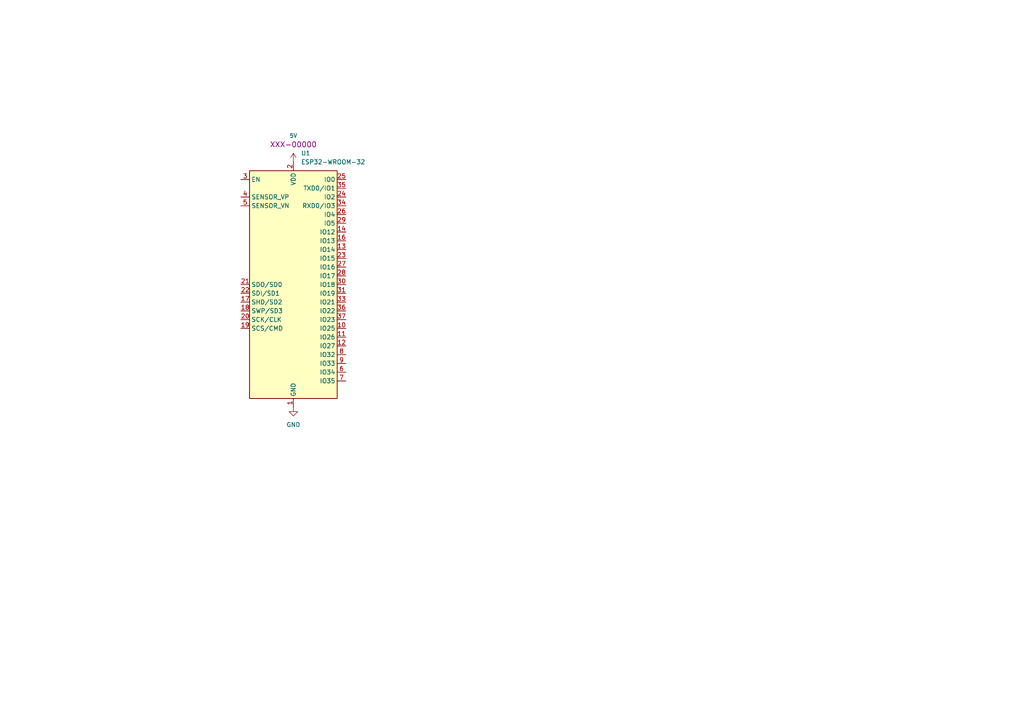
<source format=kicad_sch>
(kicad_sch (version 20230121) (generator eeschema)
  (paper "A4")
  (lib_symbols
    (symbol "RF_Module:ESP32-WROOM-32"
      (property "Reference" "U" (at -12.7 34.29 0))
      (property "Value" "ESP32-WROOM-32" (at 1.27 34.29 0))
      (symbol "ESP32-WROOM-32_0_1"
        (rectangle (start -12.7 33.02) (end 12.7 -33.02) (stroke (width 0.254)) (fill (type background)))
      )
      (symbol "ESP32-WROOM-32_1_1"
        (pin power_in line (at 0 -35.56 90) (length 2.54) (name "GND") (number "1"))
        (pin bidirectional line (at 15.24 -12.7 180) (length 2.54) (name "IO25") (number "10"))
        (pin bidirectional line (at 15.24 -15.24 180) (length 2.54) (name "IO26") (number "11"))
        (pin bidirectional line (at 15.24 -17.78 180) (length 2.54) (name "IO27") (number "12"))
        (pin bidirectional line (at 15.24 10.16 180) (length 2.54) (name "IO14") (number "13"))
        (pin bidirectional line (at 15.24 15.24 180) (length 2.54) (name "IO12") (number "14"))
        (pin passive line (at 0 -35.56 90) (length 2.54) hide (name "GND") (number "15"))
        (pin bidirectional line (at 15.24 12.7 180) (length 2.54) (name "IO13") (number "16"))
        (pin bidirectional line (at -15.24 -5.08 0) (length 2.54) (name "SHD/SD2") (number "17"))
        (pin bidirectional line (at -15.24 -7.62 0) (length 2.54) (name "SWP/SD3") (number "18"))
        (pin bidirectional line (at -15.24 -12.7 0) (length 2.54) (name "SCS/CMD") (number "19"))
        (pin power_in line (at 0 35.56 270) (length 2.54) (name "VDD") (number "2"))
        (pin bidirectional line (at -15.24 -10.16 0) (length 2.54) (name "SCK/CLK") (number "20"))
        (pin bidirectional line (at -15.24 0 0) (length 2.54) (name "SDO/SD0") (number "21"))
        (pin bidirectional line (at -15.24 -2.54 0) (length 2.54) (name "SDI/SD1") (number "22"))
        (pin bidirectional line (at 15.24 7.62 180) (length 2.54) (name "IO15") (number "23"))
        (pin bidirectional line (at 15.24 25.4 180) (length 2.54) (name "IO2") (number "24"))
        (pin bidirectional line (at 15.24 30.48 180) (length 2.54) (name "IO0") (number "25"))
        (pin bidirectional line (at 15.24 20.32 180) (length 2.54) (name "IO4") (number "26"))
        (pin bidirectional line (at 15.24 5.08 180) (length 2.54) (name "IO16") (number "27"))
        (pin bidirectional line (at 15.24 2.54 180) (length 2.54) (name "IO17") (number "28"))
        (pin bidirectional line (at 15.24 17.78 180) (length 2.54) (name "IO5") (number "29"))
        (pin input line (at -15.24 30.48 0) (length 2.54) (name "EN") (number "3"))
        (pin bidirectional line (at 15.24 0 180) (length 2.54) (name "IO18") (number "30"))
        (pin bidirectional line (at 15.24 -2.54 180) (length 2.54) (name "IO19") (number "31"))
        (pin no_connect line (at -12.7 -27.94 0) (length 2.54) hide (name "NC") (number "32"))
        (pin bidirectional line (at 15.24 -5.08 180) (length 2.54) (name "IO21") (number "33"))
        (pin bidirectional line (at 15.24 22.86 180) (length 2.54) (name "RXD0/IO3") (number "34"))
        (pin bidirectional line (at 15.24 27.94 180) (length 2.54) (name "TXD0/IO1") (number "35"))
        (pin bidirectional line (at 15.24 -7.62 180) (length 2.54) (name "IO22") (number "36"))
        (pin bidirectional line (at 15.24 -10.16 180) (length 2.54) (name "IO23") (number "37"))
        (pin passive line (at 0 -35.56 90) (length 2.54) hide (name "GND") (number "38"))
        (pin passive line (at 0 -35.56 90) (length 2.54) hide (name "GND") (number "39"))
        (pin input line (at -15.24 25.4 0) (length 2.54) (name "SENSOR_VP") (number "4"))
        (pin input line (at -15.24 22.86 0) (length 2.54) (name "SENSOR_VN") (number "5"))
        (pin input line (at 15.24 -25.4 180) (length 2.54) (name "IO34") (number "6"))
        (pin input line (at 15.24 -27.94 180) (length 2.54) (name "IO35") (number "7"))
        (pin bidirectional line (at 15.24 -20.32 180) (length 2.54) (name "IO32") (number "8"))
        (pin bidirectional line (at 15.24 -22.86 180) (length 2.54) (name "IO33") (number "9"))
      )
    )
    (symbol "SparkFun-PowerSymbols:5V" (power) (pin_numbers hide) (pin_names (offset 1.016) hide)
      (property "Value" "5V" (at -1.27 3.81 0))
      (property "Footprint" "XXX-00000" (at 0 7.62 0))
      (symbol "5V_1_0"
        (polyline (pts (xy 0 0) (xy 0 2.54)))
        (polyline (pts (xy 0 2.54) (xy -0.762 1.27)))
        (polyline (pts (xy 0.762 1.27) (xy 0 2.54)))
      )
      (symbol "5V_1_1"
        (pin power_in line (at 0 0 90) (length 0) hide (name "5V") (number "~"))
      )
    )
    (symbol "power:GND" (power) (pin_names (offset 0))
      (property "Value" "GND" (at 0 -3.81 0))
      (symbol "GND_0_1"
        (polyline (pts (xy 0 0) (xy 0 -1.27) (xy 1.27 -1.27) (xy 0 -2.54) (xy -1.27 -1.27) (xy 0 -1.27)))
      )
      (symbol "GND_1_1"
        (pin power_in line (at 0 0 270) (length 0) hide (name "GND") (number "1"))
      )
    )
  )
  (symbol (lib_id "power:GND") (at 85.09 118.11 0) (unit 1)
    (property "Reference" "#PWR01" (effects hide))
    (property "Value" "GND" (at 85.09 123.19 0))
  )
  (symbol (lib_id "RF_Module:ESP32-WROOM-32") (at 85.09 82.55 0) (unit 1)
    (property "Reference" "U1" (at 87.2841 44.45 0) (effects (justify left)))
    (property "Value" "ESP32-WROOM-32" (at 87.2841 46.99 0) (effects (justify left)))
    (property "Footprint" "RF_Module:ESP32-WROOM-32" (effects hide))
    (property "Datasheet" "https://www.espressif.com/sites/default/files/documentation/esp32-wroom-32_datasheet_en.pdf" (effects hide))
  )
  (symbol (lib_id "SparkFun-PowerSymbols:5V") (at 85.09 46.99 0) (unit 1)
    (property "Reference" "#SUPPLY01" (effects hide))
    (property "Value" "5V" (at 85.09 39.37 0) (effects (font (size 1.143 1.143))))
    (property "Footprint" "XXX-00000" (at 85.09 41.91 0) (effects (font (size 1.524 1.524))))
  )
)
</source>
